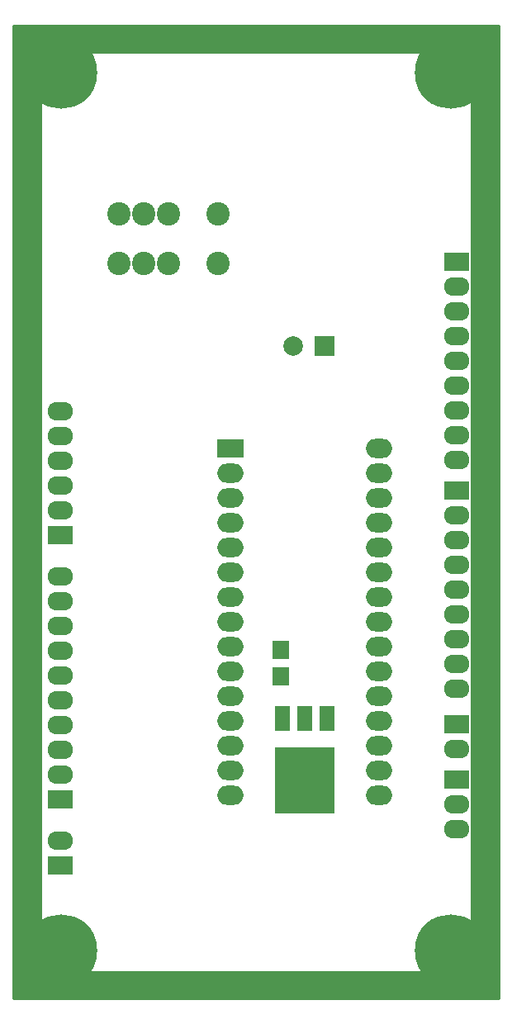
<source format=gbs>
G04 #@! TF.FileFunction,Soldermask,Bot*
%FSLAX46Y46*%
G04 Gerber Fmt 4.6, Leading zero omitted, Abs format (unit mm)*
G04 Created by KiCad (PCBNEW 4.0.7) date 12/01/17 09:31:09*
%MOMM*%
%LPD*%
G01*
G04 APERTURE LIST*
%ADD10C,0.100000*%
%ADD11R,2.597100X1.924000*%
%ADD12O,2.597100X1.924000*%
%ADD13C,2.400000*%
%ADD14R,2.686000X1.974800*%
%ADD15O,2.686000X1.974800*%
%ADD16R,2.000000X2.000000*%
%ADD17C,2.000000*%
%ADD18R,1.700000X1.900000*%
%ADD19C,7.400000*%
%ADD20R,1.600000X2.600000*%
%ADD21R,6.200000X6.800000*%
%ADD22C,0.254000*%
G04 APERTURE END LIST*
D10*
D11*
X164923800Y-121270000D03*
D12*
X164923800Y-118730000D03*
D13*
X181080000Y-54460000D03*
X181080000Y-59540000D03*
X176000000Y-54460000D03*
X176000000Y-59540000D03*
X173460000Y-54460000D03*
X170920000Y-54460000D03*
X170920000Y-59540000D03*
X173460000Y-59540000D03*
D14*
X182380000Y-78450000D03*
D15*
X182380000Y-80990000D03*
X182380000Y-83530000D03*
X182380000Y-86070000D03*
X182380000Y-88610000D03*
X182380000Y-91150000D03*
X182380000Y-93690000D03*
X182380000Y-96230000D03*
X182380000Y-98770000D03*
X182380000Y-101310000D03*
X182380000Y-103850000D03*
X182380000Y-106390000D03*
X182380000Y-108930000D03*
X182380000Y-111470000D03*
X182380000Y-114010000D03*
X197620000Y-114010000D03*
X197620000Y-111470000D03*
X197620000Y-108930000D03*
X197620000Y-106390000D03*
X197620000Y-103850000D03*
X197620000Y-101310000D03*
X197620000Y-98770000D03*
X197620000Y-96230000D03*
X197620000Y-93690000D03*
X197620000Y-91150000D03*
X197620000Y-88610000D03*
X197620000Y-86070000D03*
X197620000Y-83530000D03*
X197620000Y-80990000D03*
X197620000Y-78450000D03*
D12*
X205576200Y-77120000D03*
X205576200Y-74580000D03*
X205576200Y-69500000D03*
X205576200Y-66960000D03*
X205576200Y-64420000D03*
X205576200Y-79660000D03*
X205576200Y-72040000D03*
D11*
X205576200Y-59340000D03*
D12*
X205576200Y-61880000D03*
D16*
X192000000Y-68000000D03*
D17*
X188800000Y-68000000D03*
D12*
X164923800Y-79730000D03*
X164923800Y-82270000D03*
X164923800Y-74650000D03*
X164923800Y-77190000D03*
D11*
X164923800Y-87350000D03*
D12*
X164923800Y-84810000D03*
X164923800Y-94110000D03*
X164923800Y-96650000D03*
X164923800Y-99190000D03*
X164923800Y-104270000D03*
X164923800Y-106810000D03*
X164923800Y-109350000D03*
X164923800Y-91570000D03*
X164923800Y-101730000D03*
D11*
X164923800Y-114430000D03*
D12*
X164923800Y-111890000D03*
D11*
X205576200Y-106730000D03*
D12*
X205576200Y-109270000D03*
X205576200Y-117540000D03*
D11*
X205576200Y-112460000D03*
D12*
X205576200Y-115000000D03*
X205576200Y-100620000D03*
X205576200Y-98080000D03*
X205576200Y-93000000D03*
X205576200Y-90460000D03*
X205576200Y-87920000D03*
X205576200Y-103160000D03*
X205576200Y-95540000D03*
D11*
X205576200Y-82840000D03*
D12*
X205576200Y-85380000D03*
D18*
X187500000Y-99150000D03*
X187500000Y-101850000D03*
D19*
X165000000Y-40000000D03*
X205000000Y-40000000D03*
X165000000Y-130000000D03*
X205000000Y-130000000D03*
D20*
X187720000Y-106200000D03*
X190000000Y-106200000D03*
X192280000Y-106200000D03*
D21*
X190000000Y-112500000D03*
D22*
G36*
X209873000Y-134873000D02*
X160127000Y-134873000D01*
X160127000Y-38000000D01*
X162873000Y-38000000D01*
X162873000Y-132000000D01*
X162883006Y-132049410D01*
X162911447Y-132091035D01*
X162953841Y-132118315D01*
X163000000Y-132127000D01*
X207000000Y-132127000D01*
X207049410Y-132116994D01*
X207091035Y-132088553D01*
X207118315Y-132046159D01*
X207127000Y-132000000D01*
X207127000Y-38000000D01*
X207116994Y-37950590D01*
X207088553Y-37908965D01*
X207046159Y-37881685D01*
X207000000Y-37873000D01*
X163000000Y-37873000D01*
X162950590Y-37883006D01*
X162908965Y-37911447D01*
X162881685Y-37953841D01*
X162873000Y-38000000D01*
X160127000Y-38000000D01*
X160127000Y-35127000D01*
X209873000Y-35127000D01*
X209873000Y-134873000D01*
X209873000Y-134873000D01*
G37*
X209873000Y-134873000D02*
X160127000Y-134873000D01*
X160127000Y-38000000D01*
X162873000Y-38000000D01*
X162873000Y-132000000D01*
X162883006Y-132049410D01*
X162911447Y-132091035D01*
X162953841Y-132118315D01*
X163000000Y-132127000D01*
X207000000Y-132127000D01*
X207049410Y-132116994D01*
X207091035Y-132088553D01*
X207118315Y-132046159D01*
X207127000Y-132000000D01*
X207127000Y-38000000D01*
X207116994Y-37950590D01*
X207088553Y-37908965D01*
X207046159Y-37881685D01*
X207000000Y-37873000D01*
X163000000Y-37873000D01*
X162950590Y-37883006D01*
X162908965Y-37911447D01*
X162881685Y-37953841D01*
X162873000Y-38000000D01*
X160127000Y-38000000D01*
X160127000Y-35127000D01*
X209873000Y-35127000D01*
X209873000Y-134873000D01*
M02*

</source>
